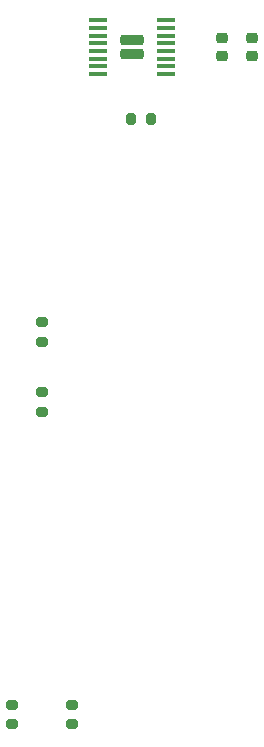
<source format=gtp>
%TF.GenerationSoftware,KiCad,Pcbnew,(6.0.7)*%
%TF.CreationDate,2023-08-18T16:06:47+09:00*%
%TF.ProjectId,graduate-project,67726164-7561-4746-952d-70726f6a6563,rev?*%
%TF.SameCoordinates,Original*%
%TF.FileFunction,Paste,Top*%
%TF.FilePolarity,Positive*%
%FSLAX46Y46*%
G04 Gerber Fmt 4.6, Leading zero omitted, Abs format (unit mm)*
G04 Created by KiCad (PCBNEW (6.0.7)) date 2023-08-18 16:06:47*
%MOMM*%
%LPD*%
G01*
G04 APERTURE LIST*
G04 Aperture macros list*
%AMRoundRect*
0 Rectangle with rounded corners*
0 $1 Rounding radius*
0 $2 $3 $4 $5 $6 $7 $8 $9 X,Y pos of 4 corners*
0 Add a 4 corners polygon primitive as box body*
4,1,4,$2,$3,$4,$5,$6,$7,$8,$9,$2,$3,0*
0 Add four circle primitives for the rounded corners*
1,1,$1+$1,$2,$3*
1,1,$1+$1,$4,$5*
1,1,$1+$1,$6,$7*
1,1,$1+$1,$8,$9*
0 Add four rect primitives between the rounded corners*
20,1,$1+$1,$2,$3,$4,$5,0*
20,1,$1+$1,$4,$5,$6,$7,0*
20,1,$1+$1,$6,$7,$8,$9,0*
20,1,$1+$1,$8,$9,$2,$3,0*%
G04 Aperture macros list end*
%ADD10RoundRect,0.200000X0.200000X0.275000X-0.200000X0.275000X-0.200000X-0.275000X0.200000X-0.275000X0*%
%ADD11RoundRect,0.225000X0.250000X-0.225000X0.250000X0.225000X-0.250000X0.225000X-0.250000X-0.225000X0*%
%ADD12RoundRect,0.200000X0.275000X-0.200000X0.275000X0.200000X-0.275000X0.200000X-0.275000X-0.200000X0*%
%ADD13RoundRect,0.232500X-0.757500X-0.232500X0.757500X-0.232500X0.757500X0.232500X-0.757500X0.232500X0*%
%ADD14RoundRect,0.100000X-0.687500X-0.100000X0.687500X-0.100000X0.687500X0.100000X-0.687500X0.100000X0*%
G04 APERTURE END LIST*
D10*
%TO.C,R3*%
X72707000Y-55626000D03*
X71057000Y-55626000D03*
%TD*%
D11*
%TO.C,C2*%
X81280000Y-50305000D03*
X81280000Y-48755000D03*
%TD*%
D12*
%TO.C,R2*%
X63500000Y-80390000D03*
X63500000Y-78740000D03*
%TD*%
%TO.C,R1*%
X63500000Y-74485000D03*
X63500000Y-72835000D03*
%TD*%
%TO.C,R4*%
X66040000Y-106870000D03*
X66040000Y-105220000D03*
%TD*%
D11*
%TO.C,C1*%
X78740000Y-50305000D03*
X78740000Y-48755000D03*
%TD*%
D12*
%TO.C,R5*%
X60960000Y-106870000D03*
X60960000Y-105220000D03*
%TD*%
D13*
%TO.C,U2*%
X71120000Y-50110000D03*
X71120000Y-48950000D03*
D14*
X68257500Y-47255000D03*
X68257500Y-47905000D03*
X68257500Y-48555000D03*
X68257500Y-49205000D03*
X68257500Y-49855000D03*
X68257500Y-50505000D03*
X68257500Y-51155000D03*
X68257500Y-51805000D03*
X73982500Y-51805000D03*
X73982500Y-51155000D03*
X73982500Y-50505000D03*
X73982500Y-49855000D03*
X73982500Y-49205000D03*
X73982500Y-48555000D03*
X73982500Y-47905000D03*
X73982500Y-47255000D03*
%TD*%
M02*

</source>
